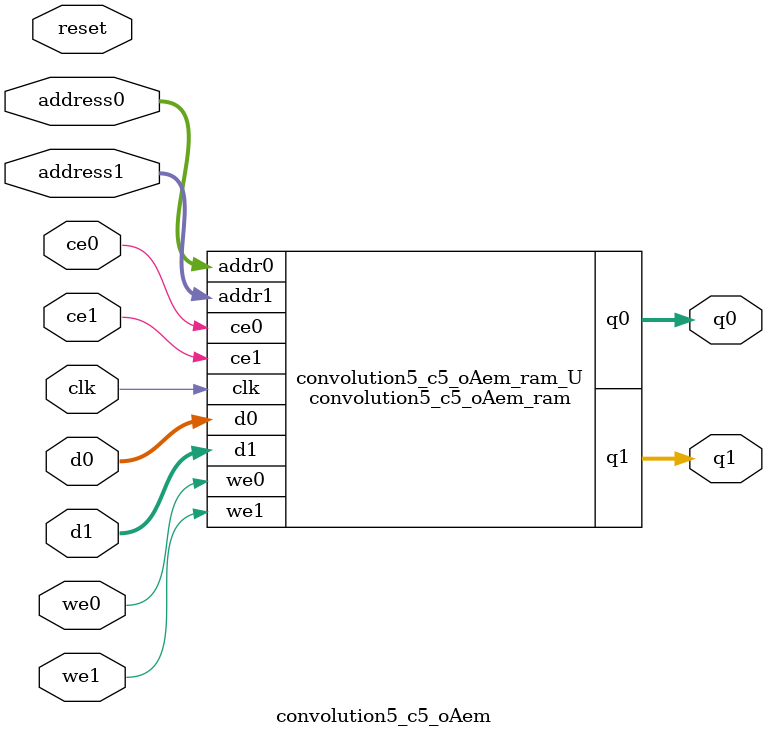
<source format=v>

`timescale 1 ns / 1 ps
module convolution5_c5_oAem_ram (addr0, ce0, d0, we0, q0, addr1, ce1, d1, we1, q1,  clk);

parameter DWIDTH = 32;
parameter AWIDTH = 7;
parameter MEM_SIZE = 120;

input[AWIDTH-1:0] addr0;
input ce0;
input[DWIDTH-1:0] d0;
input we0;
output reg[DWIDTH-1:0] q0;
input[AWIDTH-1:0] addr1;
input ce1;
input[DWIDTH-1:0] d1;
input we1;
output reg[DWIDTH-1:0] q1;
input clk;

(* ram_style = "block" *)reg [DWIDTH-1:0] ram[0:MEM_SIZE-1];




always @(posedge clk)  
begin 
    if (ce0) 
    begin
        if (we0) 
        begin 
            ram[addr0] <= d0; 
            q0 <= d0;
        end 
        else 
            q0 <= ram[addr0];
    end
end


always @(posedge clk)  
begin 
    if (ce1) 
    begin
        if (we1) 
        begin 
            ram[addr1] <= d1; 
            q1 <= d1;
        end 
        else 
            q1 <= ram[addr1];
    end
end


endmodule


`timescale 1 ns / 1 ps
module convolution5_c5_oAem(
    reset,
    clk,
    address0,
    ce0,
    we0,
    d0,
    q0,
    address1,
    ce1,
    we1,
    d1,
    q1);

parameter DataWidth = 32'd32;
parameter AddressRange = 32'd120;
parameter AddressWidth = 32'd7;
input reset;
input clk;
input[AddressWidth - 1:0] address0;
input ce0;
input we0;
input[DataWidth - 1:0] d0;
output[DataWidth - 1:0] q0;
input[AddressWidth - 1:0] address1;
input ce1;
input we1;
input[DataWidth - 1:0] d1;
output[DataWidth - 1:0] q1;



convolution5_c5_oAem_ram convolution5_c5_oAem_ram_U(
    .clk( clk ),
    .addr0( address0 ),
    .ce0( ce0 ),
    .d0( d0 ),
    .we0( we0 ),
    .q0( q0 ),
    .addr1( address1 ),
    .ce1( ce1 ),
    .d1( d1 ),
    .we1( we1 ),
    .q1( q1 ));

endmodule


</source>
